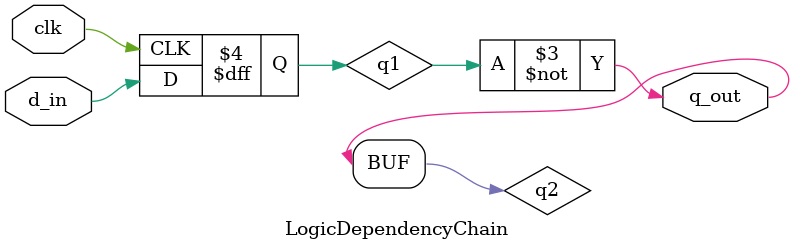
<source format=sv>
module LogicDependencyChain (
    input logic clk,
    input logic d_in,
    output logic q_out
);
    logic q1, q2;
    always @(posedge clk) begin
        q1 <= d_in;
    end
    always @(q1) begin
        q2 = ~q1;
    end
    assign q_out = q2;
endmodule


</source>
